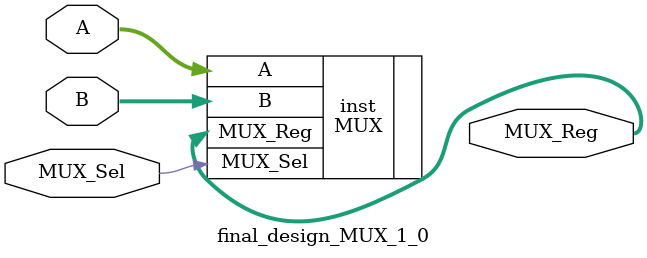
<source format=v>



// IP VLNV: xilinx.com:module_ref:MUX:1.0
// IP Revision: 1

`timescale 1ns/1ps

(* IP_DEFINITION_SOURCE = "module_ref" *)
(* DowngradeIPIdentifiedWarnings = "yes" *)
module final_design_MUX_1_0 (
  A,
  B,
  MUX_Sel,
  MUX_Reg
);

input wire [7 : 0] A;
input wire [7 : 0] B;
input wire MUX_Sel;
output wire [7 : 0] MUX_Reg;

  MUX inst (
    .A(A),
    .B(B),
    .MUX_Sel(MUX_Sel),
    .MUX_Reg(MUX_Reg)
  );
endmodule

</source>
